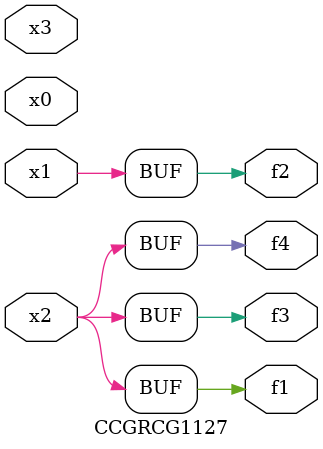
<source format=v>
module CCGRCG1127(
	input x0, x1, x2, x3,
	output f1, f2, f3, f4
);
	assign f1 = x2;
	assign f2 = x1;
	assign f3 = x2;
	assign f4 = x2;
endmodule

</source>
